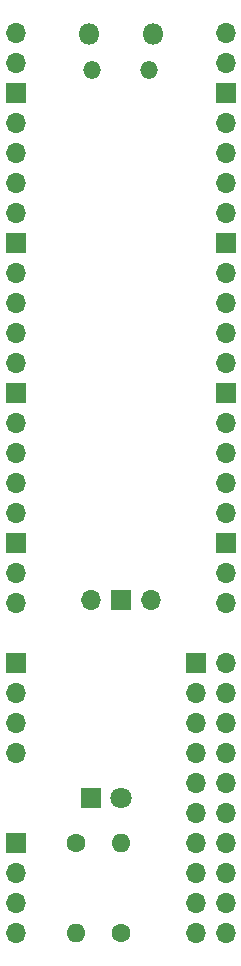
<source format=gbr>
%TF.GenerationSoftware,KiCad,Pcbnew,(6.0.6)*%
%TF.CreationDate,2022-08-06T18:53:41-04:00*%
%TF.ProjectId,freedap-pico,66726565-6461-4702-9d70-69636f2e6b69,rev?*%
%TF.SameCoordinates,Original*%
%TF.FileFunction,Soldermask,Bot*%
%TF.FilePolarity,Negative*%
%FSLAX46Y46*%
G04 Gerber Fmt 4.6, Leading zero omitted, Abs format (unit mm)*
G04 Created by KiCad (PCBNEW (6.0.6)) date 2022-08-06 18:53:41*
%MOMM*%
%LPD*%
G01*
G04 APERTURE LIST*
%ADD10R,1.700000X1.700000*%
%ADD11O,1.700000X1.700000*%
%ADD12O,1.500000X1.500000*%
%ADD13O,1.800000X1.800000*%
%ADD14C,1.600000*%
%ADD15O,1.600000X1.600000*%
%ADD16R,1.800000X1.800000*%
%ADD17C,1.800000*%
G04 APERTURE END LIST*
D10*
%TO.C,JPILL1*%
X46990000Y-90170000D03*
D11*
X46990000Y-92710000D03*
X46990000Y-95250000D03*
X46990000Y-97790000D03*
%TD*%
D10*
%TO.C,JVCP1*%
X46990000Y-105420000D03*
D11*
X46990000Y-107960000D03*
X46990000Y-110500000D03*
X46990000Y-113040000D03*
%TD*%
D12*
%TO.C,U1*%
X53455000Y-39990000D03*
X58305000Y-39990000D03*
D13*
X53155000Y-36960000D03*
X58605000Y-36960000D03*
D11*
X46990000Y-36830000D03*
X46990000Y-39370000D03*
D10*
X46990000Y-41910000D03*
D11*
X46990000Y-44450000D03*
X46990000Y-46990000D03*
X46990000Y-49530000D03*
X46990000Y-52070000D03*
D10*
X46990000Y-54610000D03*
D11*
X46990000Y-57150000D03*
X46990000Y-59690000D03*
X46990000Y-62230000D03*
X46990000Y-64770000D03*
D10*
X46990000Y-67310000D03*
D11*
X46990000Y-69850000D03*
X46990000Y-72390000D03*
X46990000Y-74930000D03*
X46990000Y-77470000D03*
D10*
X46990000Y-80010000D03*
D11*
X46990000Y-82550000D03*
X46990000Y-85090000D03*
X64770000Y-85090000D03*
X64770000Y-82550000D03*
D10*
X64770000Y-80010000D03*
D11*
X64770000Y-77470000D03*
X64770000Y-74930000D03*
X64770000Y-72390000D03*
X64770000Y-69850000D03*
D10*
X64770000Y-67310000D03*
D11*
X64770000Y-64770000D03*
X64770000Y-62230000D03*
X64770000Y-59690000D03*
X64770000Y-57150000D03*
D10*
X64770000Y-54610000D03*
D11*
X64770000Y-52070000D03*
X64770000Y-49530000D03*
X64770000Y-46990000D03*
X64770000Y-44450000D03*
D10*
X64770000Y-41910000D03*
D11*
X64770000Y-39370000D03*
X64770000Y-36830000D03*
X53340000Y-84860000D03*
D10*
X55880000Y-84860000D03*
D11*
X58420000Y-84860000D03*
%TD*%
D10*
%TO.C,JJTAG1*%
X62225000Y-90175000D03*
D11*
X64765000Y-90175000D03*
X62225000Y-92715000D03*
X64765000Y-92715000D03*
X62225000Y-95255000D03*
X64765000Y-95255000D03*
X62225000Y-97795000D03*
X64765000Y-97795000D03*
X62225000Y-100335000D03*
X64765000Y-100335000D03*
X62225000Y-102875000D03*
X64765000Y-102875000D03*
X62225000Y-105415000D03*
X64765000Y-105415000D03*
X62225000Y-107955000D03*
X64765000Y-107955000D03*
X62225000Y-110495000D03*
X64765000Y-110495000D03*
X62225000Y-113035000D03*
X64765000Y-113035000D03*
%TD*%
D14*
%TO.C,RLED1*%
X52070000Y-105410000D03*
D15*
X52070000Y-113030000D03*
%TD*%
D16*
%TO.C,DVCP1*%
X53340000Y-101600000D03*
D17*
X55880000Y-101600000D03*
%TD*%
D14*
%TO.C,RTRS1*%
X55880000Y-113030000D03*
D15*
X55880000Y-105410000D03*
%TD*%
M02*

</source>
